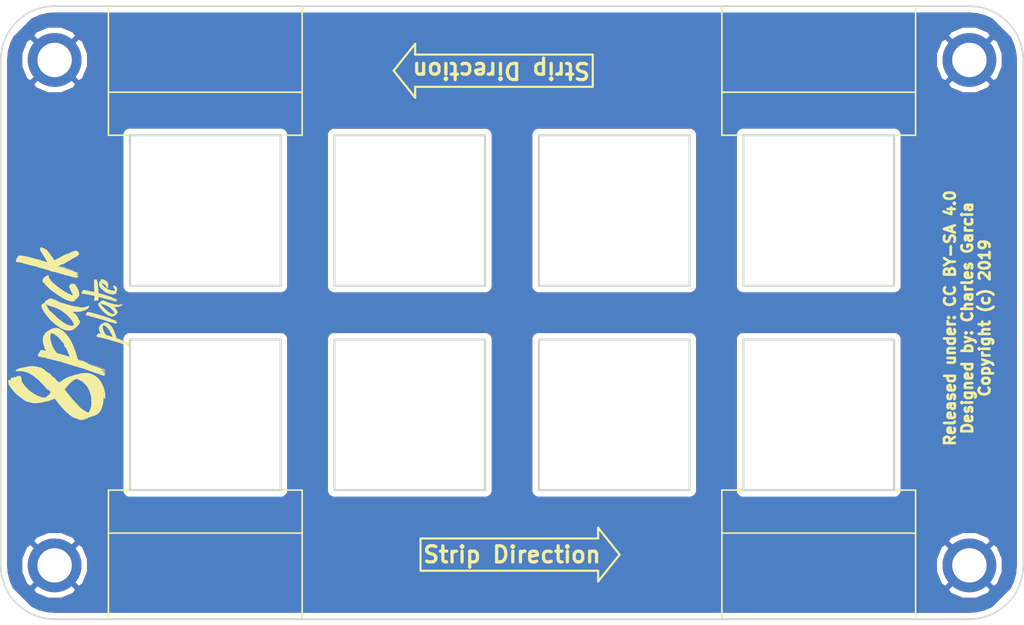
<source format=kicad_pcb>
(kicad_pcb (version 20171130) (host pcbnew 5.0.2-bee76a0~70~ubuntu18.04.1)
  (layers (0 F.Cu signal) (31 B.Cu signal) (34 B.Paste user) (35 F.Paste user) (36 B.SilkS user) (37 F.SilkS user) (38 B.Mask user) (39 F.Mask user) (44 Edge.Cuts user))
  (net 0 "")
  (net 1 GND)
  (net 2 "Net-(J1-Pad2)")
  (net 3 VCC)
  (net 4 "Net-(J2-Pad2)")
  (net 5 "Net-(J3-Pad2)")
  (module logos:8packplate (layer F.Cu) (at 143.5 97.5 90)
    (fp_text reference G*** hide)
    (fp_text value LOGO hide)
  )
  (module Connectors:1X01_NO_SILK (layer F.Cu) (at 226 74)
    (fp_text reference >NAME hide)
    (fp_text value >VALUE hide)
    (pad 1 thru_hole circle (at 0 0) (size 5 5) (drill 3.2) (layers *.Cu *.Mask) (net 1 GND))
  )
  (module Connectors:1X01_NO_SILK (layer F.Cu) (at 226 121)
    (fp_text reference >NAME hide)
    (fp_text value >VALUE hide)
    (pad 1 thru_hole circle (at 0 0) (size 5 5) (drill 3.2) (layers *.Cu *.Mask) (net 1 GND))
  )
  (module Connectors:1X01_NO_SILK (layer F.Cu) (at 141 121)
    (fp_text reference >NAME hide)
    (fp_text value >VALUE hide)
    (pad 1 thru_hole circle (at 0 0) (size 5 5) (drill 3.2) (layers *.Cu *.Mask) (net 1 GND))
  )
  (module Connectors:1X01_NO_SILK (layer F.Cu) (at 141 74)
    (fp_text reference >NAME hide)
    (fp_text value >VALUE hide)
    (pad 1 thru_hole circle (at 0 0) (size 5 5) (drill 3.2) (layers *.Cu *.Mask) (net 1 GND))
  )
  (module libkeyswitch-1_0_0:NEOPIXEL_PADS (layer F.Cu) (at 155 75 180)
    (fp_text reference J1 hide)
    (fp_text value Conn_01x03_Male hide)
    (pad 1 smd rect (at 0 -4 180) (size 17 2.5) (layers F.Cu F.Paste F.Mask) (net 1 GND))
    (pad 2 smd rect (at 0 0 180) (size 17 2.5) (layers F.Cu F.Paste F.Mask) (net 2 "Net-(J1-Pad2)"))
    (pad 3 smd rect (at 0 4 180) (size 17 2.5) (layers F.Cu F.Paste F.Mask) (net 3 VCC))
  )
  (module libkeyswitch-1_0_0:NEOPIXEL_PADS (layer F.Cu) (at 155 120)
    (fp_text reference J2 hide)
    (fp_text value Conn_01x03_Male hide)
    (pad 1 smd rect (at 0 -4) (size 17 2.5) (layers F.Cu F.Paste F.Mask) (net 1 GND))
    (pad 2 smd rect (at 0 0) (size 17 2.5) (layers F.Cu F.Paste F.Mask) (net 4 "Net-(J2-Pad2)"))
    (pad 3 smd rect (at 0 4) (size 17 2.5) (layers F.Cu F.Paste F.Mask) (net 3 VCC))
  )
  (module libkeyswitch-1_0_0:NEOPIXEL_PADS (layer F.Cu) (at 212 75 180)
    (fp_text reference J3 hide)
    (fp_text value Conn_01x03_Male hide)
    (pad 3 smd rect (at 0 4 180) (size 17 2.5) (layers F.Cu F.Paste F.Mask) (net 3 VCC))
    (pad 2 smd rect (at 0 0 180) (size 17 2.5) (layers F.Cu F.Paste F.Mask) (net 5 "Net-(J3-Pad2)"))
    (pad 1 smd rect (at 0 -4 180) (size 17 2.5) (layers F.Cu F.Paste F.Mask) (net 1 GND))
  )
  (module libkeyswitch-1_0_0:NEOPIXEL_PADS (layer F.Cu) (at 212 120)
    (fp_text reference J4 hide)
    (fp_text value Conn_01x03_Male hide)
    (pad 3 smd rect (at 0 4) (size 17 2.5) (layers F.Cu F.Paste F.Mask) (net 3 VCC))
    (pad 2 smd rect (at 0 0) (size 17 2.5) (layers F.Cu F.Paste F.Mask) (net 5 "Net-(J3-Pad2)"))
    (pad 1 smd rect (at 0 -4) (size 17 2.5) (layers F.Cu F.Paste F.Mask) (net 1 GND))
  )
  (gr_text "\nReleased under: CC BY-SA 4.0\nDesigned by: Charles Garcia\nCopyright (c) 2019" (at 225 98 90) (layer F.SilkS) (effects (font (size 1 1) (thickness 0.25))))
  (gr_line (start 191 76.5) (end 191 73.5) (layer F.SilkS) (width 0.2))
  (gr_line (start 191 73.5) (end 174.5 73.5) (layer F.SilkS) (width 0.2))
  (gr_line (start 174.5 73.5) (end 174.5 72.5) (layer F.SilkS) (width 0.2))
  (gr_line (start 191 76.5) (end 174.5 76.5) (layer F.SilkS) (width 0.2))
  (gr_line (start 174.5 76.5) (end 174.5 77.5) (layer F.SilkS) (width 0.2))
  (gr_line (start 174.5 77.5) (end 172.5 75) (layer F.SilkS) (width 0.2))
  (gr_text "Strip Direction" (at 182.5 75 180) (layer F.SilkS) (effects (font (size 1.5 1.5) (thickness 0.3))))
  (gr_line (start 172.5 75) (end 174.5 72.5) (layer F.SilkS) (width 0.2))
  (gr_line (start 193.5 120) (end 191.5 122.5) (layer F.SilkS) (width 0.2))
  (gr_line (start 191.5 117.5) (end 193.5 120) (layer F.SilkS) (width 0.2))
  (gr_line (start 191.5 118.5) (end 191.5 117.5) (layer F.SilkS) (width 0.2))
  (gr_line (start 175 118.5) (end 191.5 118.5) (layer F.SilkS) (width 0.2))
  (gr_line (start 191.5 121.5) (end 191.5 122.5) (layer F.SilkS) (width 0.2))
  (gr_line (start 175 121.5) (end 191.5 121.5) (layer F.SilkS) (width 0.2))
  (gr_line (start 175 118.5) (end 175 121.5) (layer F.SilkS) (width 0.2))
  (gr_text "Strip Direction" (at 183.5 120) (layer F.SilkS) (effects (font (size 1.5 1.5) (thickness 0.3))))
  (gr_line (start 136 121) (end 136 74) (layer Edge.Cuts) (width 0.15))
  (gr_line (start 226 126) (end 141 126) (layer Edge.Cuts) (width 0.15))
  (gr_line (start 231 74) (end 231 121) (layer Edge.Cuts) (width 0.15))
  (gr_line (start 141 69) (end 226 69) (layer Edge.Cuts) (width 0.15))
  (gr_arc (start 226 74) (end 231 74) (angle -90) (layer Edge.Cuts) (width 0.15))
  (gr_arc (start 226 121) (end 226 126) (angle -90) (layer Edge.Cuts) (width 0.15))
  (gr_arc (start 141 121) (end 136 121) (angle -90) (layer Edge.Cuts) (width 0.15))
  (gr_arc (start 141 74) (end 141 69) (angle -90) (layer Edge.Cuts) (width 0.15))
  (gr_line (start 181 100) (end 167 100) (layer Edge.Cuts) (width 0.2))
  (gr_line (start 181 114) (end 181 100) (layer Edge.Cuts) (width 0.2))
  (gr_line (start 219 114) (end 219 100) (layer Edge.Cuts) (width 0.2))
  (gr_line (start 200 100) (end 186 100) (layer Edge.Cuts) (width 0.2))
  (gr_line (start 205 100) (end 205 114) (layer Edge.Cuts) (width 0.2))
  (gr_line (start 219 100) (end 205 100) (layer Edge.Cuts) (width 0.2))
  (gr_line (start 167 114) (end 181 114) (layer Edge.Cuts) (width 0.2))
  (gr_line (start 186 114) (end 200 114) (layer Edge.Cuts) (width 0.2))
  (gr_line (start 148 114) (end 162 114) (layer Edge.Cuts) (width 0.2))
  (gr_line (start 148 100) (end 148 114) (layer Edge.Cuts) (width 0.2))
  (gr_line (start 167 100) (end 167 114) (layer Edge.Cuts) (width 0.2))
  (gr_line (start 200 114) (end 200 100) (layer Edge.Cuts) (width 0.2))
  (gr_line (start 186 100) (end 186 114) (layer Edge.Cuts) (width 0.2))
  (gr_line (start 205 114) (end 219 114) (layer Edge.Cuts) (width 0.2))
  (gr_line (start 162 114) (end 162 100) (layer Edge.Cuts) (width 0.2))
  (gr_line (start 162 100) (end 148 100) (layer Edge.Cuts) (width 0.2))
  (gr_line (start 219 81) (end 205 81) (layer Edge.Cuts) (width 0.2))
  (gr_line (start 219 95) (end 219 81) (layer Edge.Cuts) (width 0.2))
  (gr_line (start 205 95) (end 219 95) (layer Edge.Cuts) (width 0.2))
  (gr_line (start 186 95) (end 200 95) (layer Edge.Cuts) (width 0.2))
  (gr_line (start 186 81) (end 186 95) (layer Edge.Cuts) (width 0.2))
  (gr_line (start 205 81) (end 205 95) (layer Edge.Cuts) (width 0.2))
  (gr_line (start 200 95) (end 200 81) (layer Edge.Cuts) (width 0.2))
  (gr_line (start 200 81) (end 186 81) (layer Edge.Cuts) (width 0.2))
  (gr_line (start 167 95) (end 181 95) (layer Edge.Cuts) (width 0.2))
  (gr_line (start 167 81) (end 167 95) (layer Edge.Cuts) (width 0.2))
  (gr_line (start 181 95) (end 181 81) (layer Edge.Cuts) (width 0.2))
  (gr_line (start 181 81) (end 167 81) (layer Edge.Cuts) (width 0.2))
  (gr_line (start 162 81) (end 148 81) (layer Edge.Cuts) (width 0.2))
  (gr_line (start 162 95) (end 162 81) (layer Edge.Cuts) (width 0.2))
  (gr_line (start 148 95) (end 162 95) (layer Edge.Cuts) (width 0.2))
  (gr_line (start 148 81) (end 148 95) (layer Edge.Cuts) (width 0.2))
  (segment (start 155 71) (end 164.77 71) (width 1.27) (layer F.Cu) (net 3))
  (segment (start 155 71) (end 147.75 71) (width 1.27) (layer F.Cu) (net 3))
  (segment (start 155 124) (end 165 124) (width 1.27) (layer F.Cu) (net 3))
  (segment (start 165 124) (end 183 124) (width 1.27) (layer F.Cu) (net 3))
  (segment (start 183 71) (end 212 71) (width 1.27) (layer F.Cu) (net 3))
  (segment (start 183 124) (end 212 124) (width 1.27) (layer F.Cu) (net 3))
  (segment (start 164.77 71) (end 183 71) (width 1.27) (layer F.Cu) (net 3))
  (segment (start 183 71) (end 183 124) (width 1.27) (layer F.Cu) (net 3))
  (segment (start 212 75) (end 221 75) (width 1.27) (layer F.Cu) (net 5))
  (segment (start 221 75) (end 222 76) (width 1.27) (layer F.Cu) (net 5))
  (segment (start 222 119) (end 222 88) (width 1.27) (layer F.Cu) (net 5))
  (segment (start 221 120) (end 222 119) (width 1.27) (layer F.Cu) (net 5))
  (segment (start 212 120) (end 221 120) (width 1.27) (layer F.Cu) (net 5))
  (segment (start 222 76) (end 222 88) (width 1.27) (layer F.Cu) (net 5))
  (segment (start 222 88) (end 222 89) (width 1.27) (layer F.Cu) (net 5))
  (zone (net 0) (net_name "") (layers F&B.Cu) (connect_pads (clearance 0.508)) (min_thickness 0.254)
    (keepout (tracks not_allowed) (vias not_allowed) (copperpour not_allowed))
    (fill (arc_segments 16) (thermal_gap 0.508) (thermal_bridge_width 0.508))
    (polygon (pts (xy 148 81) (xy 148 95) (xy 162 95) (xy 162 81) (xy 153 81)))
  )
  (zone (net 0) (net_name "") (layers F&B.Cu) (connect_pads (clearance 0.508)) (min_thickness 0.254)
    (keepout (tracks not_allowed) (vias not_allowed) (copperpour not_allowed))
    (fill (arc_segments 16) (thermal_gap 0.508) (thermal_bridge_width 0.508))
    (polygon (pts (xy 167 81) (xy 167 95) (xy 181 95) (xy 181 81) (xy 172 81)))
  )
  (zone (net 0) (net_name "") (layers F&B.Cu) (connect_pads (clearance 0.508)) (min_thickness 0.254)
    (keepout (tracks not_allowed) (vias not_allowed) (copperpour not_allowed))
    (fill (arc_segments 16) (thermal_gap 0.508) (thermal_bridge_width 0.508))
    (polygon (pts (xy 186 81) (xy 186 95) (xy 200 95) (xy 200 81) (xy 191 81)))
  )
  (zone (net 0) (net_name "") (layers F&B.Cu) (connect_pads (clearance 0.508)) (min_thickness 0.254)
    (keepout (tracks not_allowed) (vias not_allowed) (copperpour not_allowed))
    (fill (arc_segments 16) (thermal_gap 0.508) (thermal_bridge_width 0.508))
    (polygon (pts (xy 205 81) (xy 205 95) (xy 219 95) (xy 219 81) (xy 210 81)))
  )
  (zone (net 0) (net_name "") (layers F&B.Cu) (connect_pads (clearance 0.508)) (min_thickness 0.254)
    (keepout (tracks not_allowed) (vias not_allowed) (copperpour not_allowed))
    (fill (arc_segments 16) (thermal_gap 0.508) (thermal_bridge_width 0.508))
    (polygon (pts (xy 148 100) (xy 148 114) (xy 162 114) (xy 162 100) (xy 153 100)))
  )
  (zone (net 0) (net_name "") (layers F&B.Cu) (connect_pads (clearance 0.508)) (min_thickness 0.254)
    (keepout (tracks not_allowed) (vias not_allowed) (copperpour not_allowed))
    (fill (arc_segments 16) (thermal_gap 0.508) (thermal_bridge_width 0.508))
    (polygon (pts (xy 167 100) (xy 167 114) (xy 181 114) (xy 181 100) (xy 172 100)))
  )
  (zone (net 0) (net_name "") (layers F&B.Cu) (connect_pads (clearance 0.508)) (min_thickness 0.254)
    (keepout (tracks not_allowed) (vias not_allowed) (copperpour not_allowed))
    (fill (arc_segments 16) (thermal_gap 0.508) (thermal_bridge_width 0.508))
    (polygon (pts (xy 186 100) (xy 186 114) (xy 200 114) (xy 200 100) (xy 191 100)))
  )
  (zone (net 0) (net_name "") (layers F&B.Cu) (connect_pads (clearance 0.508)) (min_thickness 0.254)
    (keepout (tracks not_allowed) (vias not_allowed) (copperpour not_allowed))
    (fill (arc_segments 16) (thermal_gap 0.508) (thermal_bridge_width 0.508))
    (polygon (pts (xy 205 100) (xy 205 114) (xy 219 114) (xy 219 100) (xy 210 100)))
  )
  (zone (net 1) (net_name GND) (layer F.Cu) (connect_pads (clearance 0.508)) (min_thickness 0.254) (fill yes (arc_segments 16) (thermal_gap 0.508) (thermal_bridge_width 0.508))
    (polygon (pts (xy 226 69) (xy 228 70) (xy 230 72) (xy 231 74) (xy 231 121) (xy 230 123) (xy 228 125) (xy 226 126) (xy 141 126) (xy 139 125) (xy 137 123) (xy 136 121) (xy 136 74) (xy 137 72) (xy 139 70) (xy 141 69) (xy 224 69)))
  )
  (zone (net 1) (net_name GND) (layer B.Cu) (connect_pads (clearance 0.508)) (min_thickness 0.254) (fill yes (arc_segments 16) (thermal_gap 0.508) (thermal_bridge_width 0.508))
    (polygon (pts (xy 226 69) (xy 228 70) (xy 230 72) (xy 231 74) (xy 231 121) (xy 230 123) (xy 228 125) (xy 226 126) (xy 141 126) (xy 139 125) (xy 137 123) (xy 136 121) (xy 136 74) (xy 137 72) (xy 139 70) (xy 141 69)))
  )
)
</source>
